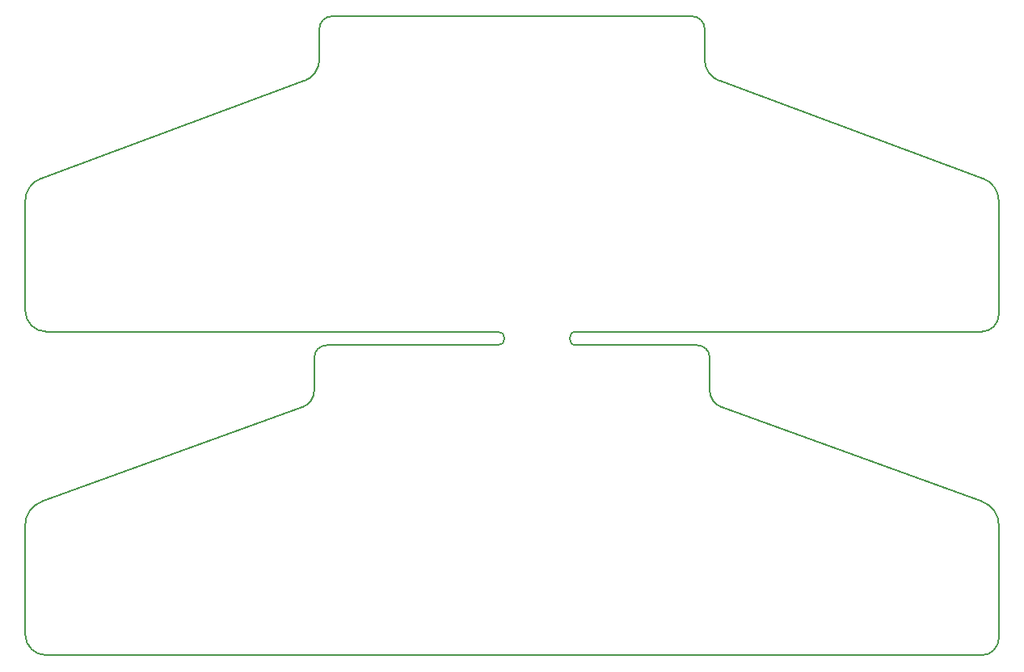
<source format=gbr>
%TF.GenerationSoftware,KiCad,Pcbnew,6.0.4-6f826c9f35~116~ubuntu20.04.1*%
%TF.CreationDate,2022-04-13T10:42:55+07:00*%
%TF.ProjectId,BTB2Header,42544232-4865-4616-9465-722e6b696361,rev?*%
%TF.SameCoordinates,Original*%
%TF.FileFunction,Profile,NP*%
%FSLAX46Y46*%
G04 Gerber Fmt 4.6, Leading zero omitted, Abs format (unit mm)*
G04 Created by KiCad (PCBNEW 6.0.4-6f826c9f35~116~ubuntu20.04.1) date 2022-04-13 10:42:55*
%MOMM*%
%LPD*%
G01*
G04 APERTURE LIST*
%TA.AperFunction,Profile*%
%ADD10C,0.160000*%
%TD*%
G04 APERTURE END LIST*
D10*
X173222698Y-97914172D02*
X130760000Y-97914172D01*
X144735255Y-100634172D02*
X144735255Y-104036597D01*
X73026428Y-129624937D02*
G75*
G03*
X75235724Y-131834172I2209272J37D01*
G01*
X144202550Y-66166050D02*
G75*
G03*
X142902604Y-64866050I-1299950J50D01*
G01*
X145810574Y-71655577D02*
X173327488Y-81827434D01*
X175026510Y-118186852D02*
G75*
G03*
X173311573Y-115741610I-2600810J-48D01*
G01*
X122549979Y-97914172D02*
X75235724Y-97914172D01*
X122550000Y-99334228D02*
G75*
G03*
X122549979Y-97914172I0J710028D01*
G01*
X103317723Y-100634172D02*
X103317723Y-104036597D01*
X144735328Y-100634172D02*
G75*
G03*
X143435255Y-99334172I-1300028J-28D01*
G01*
X173222698Y-97914189D02*
G75*
G03*
X175026489Y-96110381I2J1803789D01*
G01*
X175026511Y-84266852D02*
G75*
G03*
X173327488Y-81827434I-2600811J-48D01*
G01*
X146007061Y-105850023D02*
X173311573Y-115741610D01*
X144735251Y-104036597D02*
G75*
G03*
X146007061Y-105850023I1928749J-3D01*
G01*
X144202633Y-69346862D02*
G75*
G03*
X145810574Y-71655577I2461367J-38D01*
G01*
X75235724Y-131834172D02*
X173222698Y-131834172D01*
X175026489Y-84266852D02*
X175026489Y-96110381D01*
X130760000Y-99334172D02*
X143435255Y-99334172D01*
X173222698Y-131834189D02*
G75*
G03*
X175026489Y-130030381I2J1803789D01*
G01*
X102045917Y-105850023D02*
X74741405Y-115741610D01*
X74725515Y-81827502D02*
G75*
G03*
X73026489Y-84266852I901685J-2439398D01*
G01*
X130760000Y-97914228D02*
G75*
G03*
X130760000Y-99334172I0J-709972D01*
G01*
X104617723Y-99334223D02*
G75*
G03*
X103317723Y-100634172I-23J-1299977D01*
G01*
X175026489Y-118186852D02*
X175026489Y-130030381D01*
X73026428Y-95704937D02*
G75*
G03*
X75235724Y-97914172I2209272J37D01*
G01*
X102242404Y-71655577D02*
X74725490Y-81827434D01*
X104617723Y-99334172D02*
X122550000Y-99334172D01*
X105150374Y-64865974D02*
G75*
G03*
X103850374Y-66166050I26J-1300026D01*
G01*
X74741430Y-115741678D02*
G75*
G03*
X73026489Y-118186852I885770J-2445222D01*
G01*
X73026489Y-118186852D02*
X73026489Y-129624937D01*
X105150374Y-64866050D02*
X142902604Y-64866050D01*
X73026489Y-84266852D02*
X73026489Y-95704937D01*
X103850374Y-66166050D02*
X103850374Y-69346862D01*
X144202604Y-66166050D02*
X144202604Y-69346862D01*
X102045911Y-105850006D02*
G75*
G03*
X103317723Y-104036597I-656911J1813406D01*
G01*
X102242409Y-71655591D02*
G75*
G03*
X103850374Y-69346862I-853409J2308691D01*
G01*
M02*

</source>
